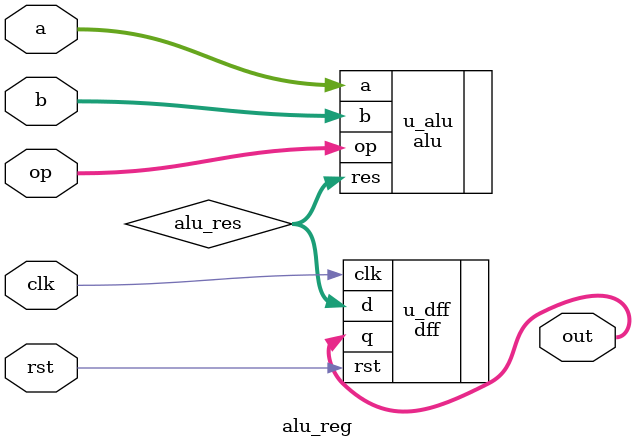
<source format=v>
`timescale 1ns / 1ps


module alu_reg(
    input  wire       clk,  // 系统时钟
    input  wire       rst,  // 同步复位 (配合 dff 模块)
    input  wire [3:0] a,    // 操作数 A
    input  wire [3:0] b,    // 操作数 B
    input  wire [1:0] op,   // 操作码
    output wire [3:0] out   // 计算结果 (已同步)
);
    
    // 中间连线：连接 ALU 的输出 和 DFF 的输入
    wire [3:0] alu_res;

    //============================================================================
    // 1. 组合逻辑级 (Combinational Logic Stage)
    //============================================================================
    // 负责具体的算术/逻辑运算。
    // 注意：alu_res 可能会在输入变化的瞬间产生毛刺 (Glitch)，这是正常的。
    alu u_alu(
        .a   (a),
        .b   (b),
        .op  (op),
        .res (alu_res)
    );

    //============================================================================
    // 2. 时序逻辑级 (Sequential Logic Stage)
    //============================================================================
    // 负责在时钟上升沿采样稳定的运算结果。
    // 输出的 'out' 是完全同步的，没有毛刺，可以直接驱动下一级电路。
    dff u_dff(
        .clk (clk),
        .rst (rst),      // 使用同步复位
        .d   (alu_res),  // 输入来自 ALU
        .q   (out)       // 输出到外部
    );

endmodule
</source>
